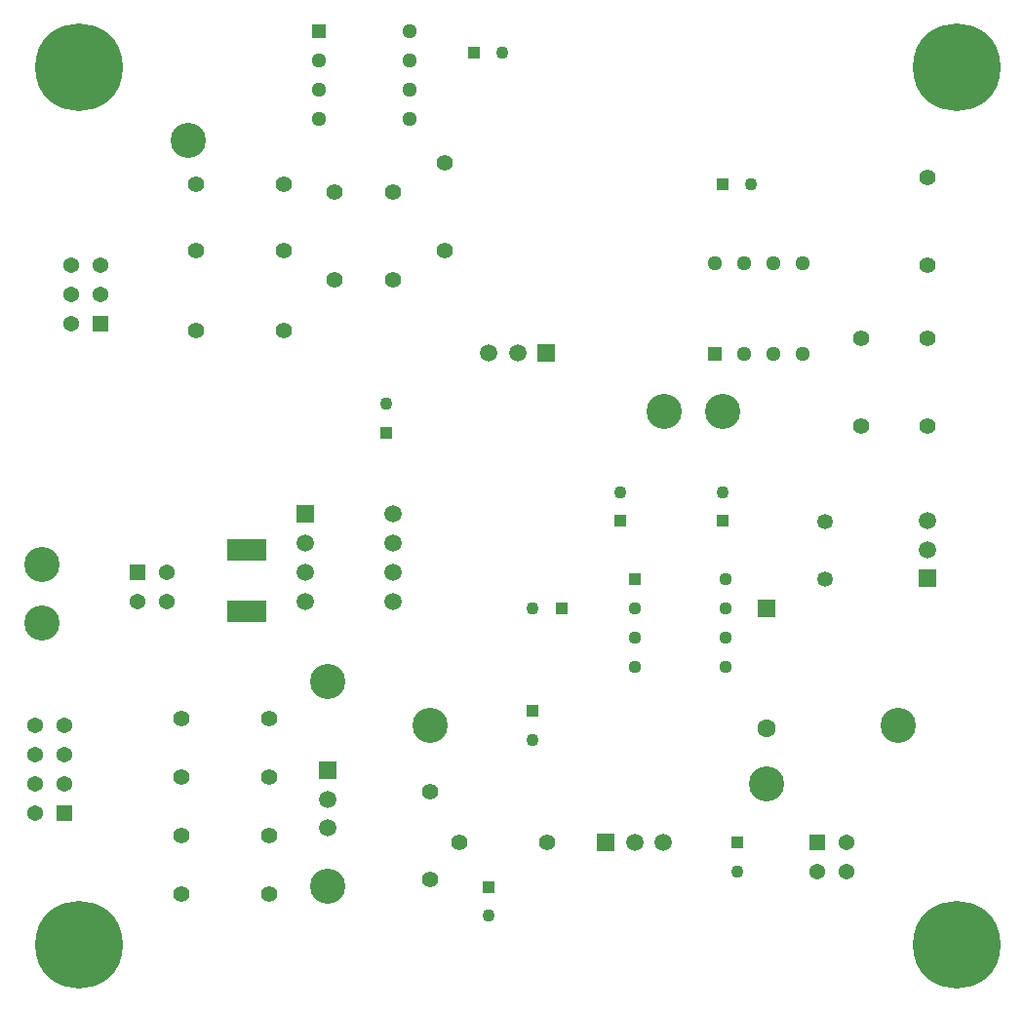
<source format=gbr>
G04 Layer_Color=255*
%FSLAX23Y23*%
%MOIN*%
%TF.FileFunction,Pads,Top*%
%TF.Part,Single*%
G01*
G75*
%TA.AperFunction,SMDPad,CuDef*%
%ADD10R,0.135X0.076*%
%TA.AperFunction,ViaPad*%
%ADD13C,0.300*%
%ADD14C,0.120*%
%TA.AperFunction,ComponentPad*%
%ADD15R,0.043X0.043*%
%ADD16C,0.043*%
%ADD17R,0.043X0.043*%
%ADD18C,0.055*%
%ADD19C,0.059*%
%ADD20R,0.059X0.059*%
%ADD21C,0.054*%
%ADD22R,0.054X0.054*%
%ADD23R,0.059X0.059*%
%ADD24C,0.051*%
%ADD25R,0.051X0.051*%
%ADD26R,0.051X0.051*%
%ADD27C,0.044*%
%ADD28R,0.044X0.044*%
%ADD29C,0.059*%
%ADD30R,0.059X0.059*%
%ADD31C,0.063*%
%ADD32R,0.063X0.063*%
%ADD33C,0.053*%
D10*
X1825Y2392D02*
D03*
Y2600D02*
D03*
D13*
X1250Y1250D02*
D03*
X4250D02*
D03*
Y4250D02*
D03*
X1250D02*
D03*
D14*
X1625Y4000D02*
D03*
X3450Y3075D02*
D03*
X3250D02*
D03*
X3600Y1800D02*
D03*
X4050Y2000D02*
D03*
X1125Y2350D02*
D03*
Y2550D02*
D03*
X2100Y2150D02*
D03*
Y1450D02*
D03*
X2450Y2000D02*
D03*
D15*
X3451Y3850D02*
D03*
X2601Y4300D02*
D03*
X2900Y2400D02*
D03*
D16*
X3549Y3850D02*
D03*
X3500Y1502D02*
D03*
X2650Y1351D02*
D03*
X2699Y4300D02*
D03*
X2300Y3100D02*
D03*
X2802Y2400D02*
D03*
X3100Y2798D02*
D03*
X3450D02*
D03*
X2800Y1952D02*
D03*
D17*
X3500Y1600D02*
D03*
X2650Y1449D02*
D03*
X2300Y3002D02*
D03*
X3100Y2700D02*
D03*
X3450D02*
D03*
X2800Y2050D02*
D03*
D18*
X2450Y1775D02*
D03*
Y1475D02*
D03*
X1900Y2025D02*
D03*
X1600D02*
D03*
X1900Y1825D02*
D03*
X1600D02*
D03*
X1900Y1625D02*
D03*
X1600D02*
D03*
X1900Y1425D02*
D03*
X1600D02*
D03*
X3925Y3325D02*
D03*
Y3025D02*
D03*
X4150D02*
D03*
Y3325D02*
D03*
Y3875D02*
D03*
Y3575D02*
D03*
X2325Y3825D02*
D03*
Y3525D02*
D03*
X1650Y3350D02*
D03*
X1950D02*
D03*
X2125Y3825D02*
D03*
Y3525D02*
D03*
X1650Y3850D02*
D03*
X1950D02*
D03*
X2500Y3925D02*
D03*
Y3625D02*
D03*
X1650D02*
D03*
X1950D02*
D03*
X2550Y1600D02*
D03*
X2850D02*
D03*
D19*
X4150Y2700D02*
D03*
Y2602D02*
D03*
X2652Y3275D02*
D03*
X2750D02*
D03*
X3248Y1600D02*
D03*
X3150D02*
D03*
X2100Y1650D02*
D03*
Y1748D02*
D03*
D20*
X4150Y2503D02*
D03*
X2100Y1847D02*
D03*
D21*
X3875Y1500D02*
D03*
X3775D02*
D03*
X3875Y1600D02*
D03*
X1550Y2425D02*
D03*
X1450D02*
D03*
X1550Y2525D02*
D03*
X1100Y2000D02*
D03*
X1200D02*
D03*
X1100Y1900D02*
D03*
X1200D02*
D03*
X1100Y1800D02*
D03*
X1200D02*
D03*
X1100Y1700D02*
D03*
X1225Y3575D02*
D03*
X1325D02*
D03*
X1225Y3475D02*
D03*
X1325D02*
D03*
X1225Y3375D02*
D03*
D22*
X3775Y1600D02*
D03*
X1450Y2525D02*
D03*
X1200Y1700D02*
D03*
X1325Y3375D02*
D03*
D23*
X2848Y3275D02*
D03*
X3052Y1600D02*
D03*
D24*
X2070Y4175D02*
D03*
Y4275D02*
D03*
Y4075D02*
D03*
X2380D02*
D03*
Y4375D02*
D03*
Y4175D02*
D03*
Y4275D02*
D03*
X3525Y3580D02*
D03*
X3625D02*
D03*
X3425D02*
D03*
X3725D02*
D03*
Y3270D02*
D03*
X3525D02*
D03*
X3625D02*
D03*
D25*
X2070Y4375D02*
D03*
D26*
X3425Y3270D02*
D03*
D27*
X3463Y2500D02*
D03*
Y2400D02*
D03*
Y2300D02*
D03*
Y2200D02*
D03*
X3150D02*
D03*
Y2300D02*
D03*
Y2400D02*
D03*
D28*
Y2500D02*
D03*
D29*
X2325Y2725D02*
D03*
Y2625D02*
D03*
Y2525D02*
D03*
Y2425D02*
D03*
X2025D02*
D03*
Y2525D02*
D03*
Y2625D02*
D03*
D30*
Y2725D02*
D03*
D31*
X3600Y1992D02*
D03*
D32*
Y2400D02*
D03*
D33*
X3800Y2500D02*
D03*
Y2697D02*
D03*
%TF.MD5,d39d7810a9c35969df80cef7fbb4c95d*%
M02*

</source>
